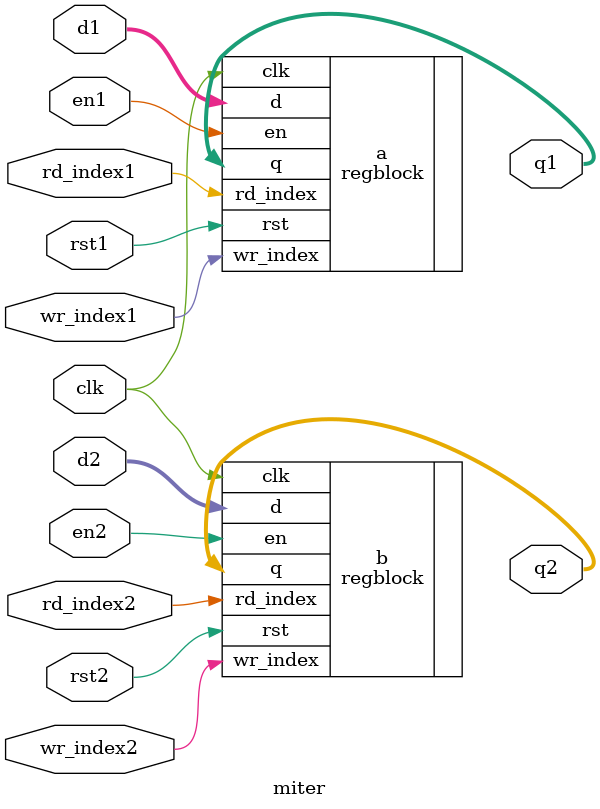
<source format=v>
module miter (
    clk,
    rst1,
    rst2,
    rd_index1,
    rd_index2,
    wr_index1,
    wr_index2,
    en1,
    en2,
    d1,
    d2,
    q1,
    q2
);

    input wire clk;
    input wire rst1;
    input wire rst2;
    input wire rd_index1;
    input wire rd_index2;
    input wire wr_index1;
    input wire wr_index2;
    input wire en1;
    input wire en2;
    input wire [31:0] d1;
    input wire [31:0] d2;
    output wire [31:0] q1;
    output wire [31:0] q2;

    regblock a (
        .clk(clk),
        .rst(rst1),
        .rd_index(rd_index1),
        .wr_index(wr_index1),
        .en(en1),
        .d(d1),
        .q(q1)
    );

    regblock b (
        .clk(clk),
        .rst(rst2),
        .rd_index(rd_index2),
        .wr_index(wr_index2),
        .en(en2),
        .d(d2),
        .q(q2)
    );


endmodule

</source>
